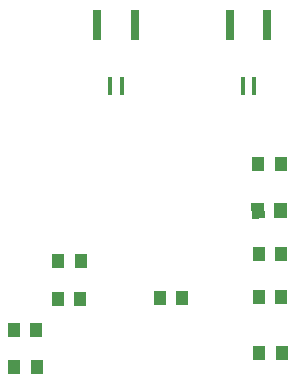
<source format=gbr>
G04 EAGLE Gerber RS-274X export*
G75*
%MOMM*%
%FSLAX34Y34*%
%LPD*%
%INSolderpaste Top*%
%IPPOS*%
%AMOC8*
5,1,8,0,0,1.08239X$1,22.5*%
G01*
%ADD10R,1.100000X1.300000*%
%ADD11R,0.400000X1.500000*%
%ADD12R,0.800000X2.600000*%


D10*
G36*
X295360Y152905D02*
X284364Y152636D01*
X284046Y165631D01*
X295042Y165900D01*
X295360Y152905D01*
G37*
G36*
X314354Y153369D02*
X303358Y153100D01*
X303040Y166095D01*
X314036Y166364D01*
X314354Y153369D01*
G37*
X309500Y122500D03*
X290500Y122500D03*
X102300Y27000D03*
X83300Y27000D03*
X120500Y117000D03*
X139500Y117000D03*
X289900Y199000D03*
X308900Y199000D03*
X206700Y85500D03*
X225700Y85500D03*
X291000Y39000D03*
X310000Y39000D03*
X309500Y86000D03*
X290500Y86000D03*
D11*
X286800Y265400D03*
X276800Y265400D03*
D12*
X265800Y316900D03*
X297800Y316900D03*
D11*
X174400Y265400D03*
X164400Y265400D03*
D12*
X153400Y316900D03*
X185400Y316900D03*
D10*
X82900Y58500D03*
X101900Y58500D03*
X120100Y84500D03*
X139100Y84500D03*
M02*

</source>
